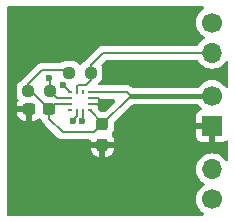
<source format=gtl>
G04 #@! TF.GenerationSoftware,KiCad,Pcbnew,8.0.5*
G04 #@! TF.CreationDate,2024-09-21T15:57:37+02:00*
G04 #@! TF.ProjectId,BMA400-breakout,424d4134-3030-42d6-9272-65616b6f7574,rev?*
G04 #@! TF.SameCoordinates,Original*
G04 #@! TF.FileFunction,Copper,L1,Top*
G04 #@! TF.FilePolarity,Positive*
%FSLAX46Y46*%
G04 Gerber Fmt 4.6, Leading zero omitted, Abs format (unit mm)*
G04 Created by KiCad (PCBNEW 8.0.5) date 2024-09-21 15:57:37*
%MOMM*%
%LPD*%
G01*
G04 APERTURE LIST*
G04 Aperture macros list*
%AMRoundRect*
0 Rectangle with rounded corners*
0 $1 Rounding radius*
0 $2 $3 $4 $5 $6 $7 $8 $9 X,Y pos of 4 corners*
0 Add a 4 corners polygon primitive as box body*
4,1,4,$2,$3,$4,$5,$6,$7,$8,$9,$2,$3,0*
0 Add four circle primitives for the rounded corners*
1,1,$1+$1,$2,$3*
1,1,$1+$1,$4,$5*
1,1,$1+$1,$6,$7*
1,1,$1+$1,$8,$9*
0 Add four rect primitives between the rounded corners*
20,1,$1+$1,$2,$3,$4,$5,0*
20,1,$1+$1,$4,$5,$6,$7,0*
20,1,$1+$1,$6,$7,$8,$9,0*
20,1,$1+$1,$8,$9,$2,$3,0*%
G04 Aperture macros list end*
G04 #@! TA.AperFunction,ComponentPad*
%ADD10C,1.700000*%
G04 #@! TD*
G04 #@! TA.AperFunction,ComponentPad*
%ADD11O,1.700000X1.700000*%
G04 #@! TD*
G04 #@! TA.AperFunction,ComponentPad*
%ADD12R,1.700000X1.700000*%
G04 #@! TD*
G04 #@! TA.AperFunction,SMDPad,CuDef*
%ADD13RoundRect,0.237500X0.250000X0.237500X-0.250000X0.237500X-0.250000X-0.237500X0.250000X-0.237500X0*%
G04 #@! TD*
G04 #@! TA.AperFunction,SMDPad,CuDef*
%ADD14RoundRect,0.237500X-0.250000X-0.237500X0.250000X-0.237500X0.250000X0.237500X-0.250000X0.237500X0*%
G04 #@! TD*
G04 #@! TA.AperFunction,SMDPad,CuDef*
%ADD15RoundRect,0.237500X0.300000X0.237500X-0.300000X0.237500X-0.300000X-0.237500X0.300000X-0.237500X0*%
G04 #@! TD*
G04 #@! TA.AperFunction,SMDPad,CuDef*
%ADD16R,0.410000X0.280000*%
G04 #@! TD*
G04 #@! TA.AperFunction,SMDPad,CuDef*
%ADD17R,0.280000X0.410000*%
G04 #@! TD*
G04 #@! TA.AperFunction,SMDPad,CuDef*
%ADD18RoundRect,0.237500X-0.237500X0.300000X-0.237500X-0.300000X0.237500X-0.300000X0.237500X0.300000X0*%
G04 #@! TD*
G04 #@! TA.AperFunction,ViaPad*
%ADD19C,0.600000*%
G04 #@! TD*
G04 #@! TA.AperFunction,Conductor*
%ADD20C,0.200000*%
G04 #@! TD*
G04 #@! TA.AperFunction,Conductor*
%ADD21C,0.400000*%
G04 #@! TD*
G04 APERTURE END LIST*
D10*
X115720000Y-80590000D03*
D11*
X115720000Y-78050000D03*
D10*
X115720000Y-65630000D03*
D11*
X115720000Y-68170000D03*
D10*
X115720000Y-71840000D03*
D12*
X115720000Y-74380000D03*
D13*
X105442500Y-69850000D03*
X103617500Y-69850000D03*
D14*
X100155000Y-71440000D03*
X101980000Y-71440000D03*
D15*
X101932500Y-72960000D03*
X100207500Y-72960000D03*
D16*
X103710340Y-71525000D03*
X103710340Y-72025000D03*
X103710340Y-72525000D03*
X103710340Y-73025000D03*
D17*
X104275340Y-73090000D03*
X104775340Y-73090000D03*
D16*
X105340340Y-73025000D03*
X105340340Y-72525000D03*
X105340340Y-72025000D03*
X105340340Y-71525000D03*
D17*
X104775340Y-71460000D03*
X104275340Y-71460000D03*
D18*
X106430000Y-74227500D03*
X106430000Y-75952500D03*
D19*
X108630000Y-66860000D03*
X109770000Y-75200000D03*
X109320000Y-79250000D03*
X101900000Y-70350000D03*
X106510000Y-72520000D03*
X103080000Y-70940000D03*
X108020000Y-70230000D03*
X104720000Y-73930000D03*
X103910000Y-73930000D03*
D20*
X105340340Y-71525000D02*
X108502500Y-71525000D01*
X108502500Y-71525000D02*
X108817500Y-71840000D01*
X105340340Y-72025000D02*
X106015000Y-72025000D01*
X106015000Y-72025000D02*
X106510000Y-72520000D01*
X100155000Y-71440000D02*
X100155000Y-70805000D01*
X100155000Y-70805000D02*
X101340000Y-69620000D01*
X101340000Y-69620000D02*
X103387500Y-69620000D01*
X103387500Y-69620000D02*
X103617500Y-69850000D01*
X101980000Y-71440000D02*
X101980000Y-70430000D01*
X101980000Y-70430000D02*
X101900000Y-70350000D01*
X105340340Y-72525000D02*
X106505000Y-72525000D01*
X106505000Y-72525000D02*
X106510000Y-72520000D01*
X103710340Y-71525000D02*
X103665000Y-71525000D01*
X103665000Y-71525000D02*
X103080000Y-70940000D01*
X103710340Y-72025000D02*
X102565000Y-72025000D01*
X102565000Y-72025000D02*
X101980000Y-71440000D01*
X105442500Y-69850000D02*
X105442500Y-69217500D01*
X105442500Y-69217500D02*
X106490000Y-68170000D01*
X106490000Y-68170000D02*
X115720000Y-68170000D01*
X104275340Y-71460000D02*
X104275340Y-71015000D01*
X104275340Y-71015000D02*
X104380340Y-70910000D01*
X104380340Y-70910000D02*
X105000000Y-70910000D01*
X105000000Y-70910000D02*
X105442500Y-70467500D01*
X105442500Y-70467500D02*
X105442500Y-69850000D01*
X101932500Y-72960000D02*
X101880000Y-72960000D01*
X101880000Y-72960000D02*
X100360000Y-71440000D01*
X100360000Y-71440000D02*
X100155000Y-71440000D01*
X101932500Y-72960000D02*
X102367500Y-72525000D01*
X102367500Y-72525000D02*
X103710340Y-72525000D01*
X105747500Y-74910000D02*
X103060000Y-74910000D01*
X106430000Y-74227500D02*
X105747500Y-74910000D01*
X103060000Y-74910000D02*
X101932500Y-73782500D01*
X101932500Y-73782500D02*
X101932500Y-72960000D01*
X106430000Y-74227500D02*
X106430000Y-74114660D01*
X106430000Y-74114660D02*
X105340340Y-73025000D01*
D21*
X115720000Y-71840000D02*
X108817500Y-71840000D01*
D20*
X108817500Y-71840000D02*
X106430000Y-74227500D01*
X104275340Y-73090000D02*
X104275340Y-73526131D01*
X104275340Y-73526131D02*
X103910000Y-73891471D01*
X103910000Y-73891471D02*
X103910000Y-73930000D01*
X104775340Y-73090000D02*
X104775340Y-73874660D01*
X104775340Y-73874660D02*
X104720000Y-73930000D01*
G04 #@! TA.AperFunction,Conductor*
G36*
X114995085Y-64280185D02*
G01*
X115040840Y-64332989D01*
X115050784Y-64402147D01*
X115021759Y-64465703D01*
X114999169Y-64486075D01*
X114848597Y-64591505D01*
X114681505Y-64758597D01*
X114545965Y-64952169D01*
X114545964Y-64952171D01*
X114446098Y-65166335D01*
X114446094Y-65166344D01*
X114384938Y-65394586D01*
X114384936Y-65394596D01*
X114364341Y-65629999D01*
X114364341Y-65630000D01*
X114384936Y-65865403D01*
X114384938Y-65865413D01*
X114446094Y-66093655D01*
X114446096Y-66093659D01*
X114446097Y-66093663D01*
X114542319Y-66300012D01*
X114545965Y-66307830D01*
X114545967Y-66307834D01*
X114654281Y-66462521D01*
X114681501Y-66501396D01*
X114681506Y-66501402D01*
X114848597Y-66668493D01*
X114848603Y-66668498D01*
X115034158Y-66798425D01*
X115077783Y-66853002D01*
X115084977Y-66922500D01*
X115053454Y-66984855D01*
X115034158Y-67001575D01*
X114848597Y-67131505D01*
X114681506Y-67298596D01*
X114545965Y-67492170D01*
X114545962Y-67492175D01*
X114543289Y-67497909D01*
X114497115Y-67550346D01*
X114430909Y-67569500D01*
X106576670Y-67569500D01*
X106576654Y-67569499D01*
X106569058Y-67569499D01*
X106410943Y-67569499D01*
X106334579Y-67589961D01*
X106258214Y-67610423D01*
X106258209Y-67610426D01*
X106121290Y-67689475D01*
X106121282Y-67689481D01*
X104961982Y-68848781D01*
X104961978Y-68848787D01*
X104940850Y-68885381D01*
X104890282Y-68933595D01*
X104884937Y-68935844D01*
X104885029Y-68936040D01*
X104878487Y-68939090D01*
X104731648Y-69029661D01*
X104617681Y-69143629D01*
X104556358Y-69177114D01*
X104486666Y-69172130D01*
X104442319Y-69143629D01*
X104328351Y-69029661D01*
X104328350Y-69029660D01*
X104181516Y-68939092D01*
X104017753Y-68884826D01*
X104017751Y-68884825D01*
X103916678Y-68874500D01*
X103318330Y-68874500D01*
X103318312Y-68874501D01*
X103217247Y-68884825D01*
X103053484Y-68939092D01*
X103053477Y-68939095D01*
X102953051Y-69001039D01*
X102887955Y-69019500D01*
X101419057Y-69019500D01*
X101260943Y-69019500D01*
X101108215Y-69060423D01*
X101108214Y-69060423D01*
X101108212Y-69060424D01*
X101108209Y-69060425D01*
X101058096Y-69089359D01*
X101058095Y-69089360D01*
X101014689Y-69114420D01*
X100971285Y-69139479D01*
X100971282Y-69139481D01*
X99674479Y-70436284D01*
X99651466Y-70476145D01*
X99600898Y-70524360D01*
X99596494Y-70526521D01*
X99590994Y-70529086D01*
X99444148Y-70619661D01*
X99322161Y-70741648D01*
X99231593Y-70888481D01*
X99231591Y-70888486D01*
X99206097Y-70965423D01*
X99177326Y-71052247D01*
X99177326Y-71052248D01*
X99177325Y-71052248D01*
X99167000Y-71153315D01*
X99167000Y-71726669D01*
X99167001Y-71726687D01*
X99177325Y-71827752D01*
X99181384Y-71840000D01*
X99231592Y-71991516D01*
X99321578Y-72137407D01*
X99340018Y-72204797D01*
X99321577Y-72267599D01*
X99234551Y-72408688D01*
X99234546Y-72408699D01*
X99180319Y-72572347D01*
X99170000Y-72673345D01*
X99170000Y-72710000D01*
X100333500Y-72710000D01*
X100400539Y-72729685D01*
X100446294Y-72782489D01*
X100457500Y-72834000D01*
X100457500Y-73934999D01*
X100556640Y-73934999D01*
X100556654Y-73934998D01*
X100657652Y-73924680D01*
X100821300Y-73870453D01*
X100821311Y-73870448D01*
X100968035Y-73779947D01*
X100981960Y-73766021D01*
X101043282Y-73732533D01*
X101112973Y-73737514D01*
X101157327Y-73766017D01*
X101171650Y-73780340D01*
X101295748Y-73856884D01*
X101342472Y-73908831D01*
X101350425Y-73930327D01*
X101372921Y-74014281D01*
X101372923Y-74014286D01*
X101385230Y-74035601D01*
X101385231Y-74035603D01*
X101451977Y-74151212D01*
X101451981Y-74151217D01*
X101570849Y-74270085D01*
X101570854Y-74270089D01*
X102691284Y-75390520D01*
X102828215Y-75469577D01*
X102980943Y-75510501D01*
X102980946Y-75510501D01*
X103146654Y-75510501D01*
X103146670Y-75510500D01*
X105331000Y-75510500D01*
X105398039Y-75530185D01*
X105443794Y-75582989D01*
X105455000Y-75634500D01*
X105455000Y-75702500D01*
X107404999Y-75702500D01*
X107404999Y-75603360D01*
X107404998Y-75603345D01*
X107394680Y-75502347D01*
X107340453Y-75338699D01*
X107340448Y-75338688D01*
X107249947Y-75191965D01*
X107249944Y-75191961D01*
X107236017Y-75178034D01*
X107202532Y-75116711D01*
X107207516Y-75047019D01*
X107236017Y-75002672D01*
X107250340Y-74988350D01*
X107340908Y-74841516D01*
X107395174Y-74677753D01*
X107405500Y-74576677D01*
X107405499Y-74152595D01*
X107425183Y-74085557D01*
X107441813Y-74064920D01*
X108929916Y-72576819D01*
X108991239Y-72543334D01*
X109017597Y-72540500D01*
X114497289Y-72540500D01*
X114564328Y-72560185D01*
X114598863Y-72593376D01*
X114614224Y-72615313D01*
X114681503Y-72711399D01*
X114681504Y-72711400D01*
X114681505Y-72711401D01*
X114803819Y-72833715D01*
X114837303Y-72895036D01*
X114832319Y-72964728D01*
X114790448Y-73020662D01*
X114759471Y-73037577D01*
X114627912Y-73086646D01*
X114627906Y-73086649D01*
X114512812Y-73172809D01*
X114512809Y-73172812D01*
X114426649Y-73287906D01*
X114426645Y-73287913D01*
X114376403Y-73422620D01*
X114376401Y-73422627D01*
X114370000Y-73482155D01*
X114370000Y-74130000D01*
X115286988Y-74130000D01*
X115254075Y-74187007D01*
X115220000Y-74314174D01*
X115220000Y-74445826D01*
X115254075Y-74572993D01*
X115286988Y-74630000D01*
X114370000Y-74630000D01*
X114370000Y-75277844D01*
X114376401Y-75337372D01*
X114376403Y-75337379D01*
X114426645Y-75472086D01*
X114426649Y-75472093D01*
X114512809Y-75587187D01*
X114512812Y-75587190D01*
X114627906Y-75673350D01*
X114627913Y-75673354D01*
X114762620Y-75723596D01*
X114762627Y-75723598D01*
X114822155Y-75729999D01*
X114822172Y-75730000D01*
X115470000Y-75730000D01*
X115470000Y-74813012D01*
X115527007Y-74845925D01*
X115654174Y-74880000D01*
X115785826Y-74880000D01*
X115912993Y-74845925D01*
X115970000Y-74813012D01*
X115970000Y-75730000D01*
X116617828Y-75730000D01*
X116617844Y-75729999D01*
X116677372Y-75723598D01*
X116677379Y-75723596D01*
X116812086Y-75673354D01*
X116812089Y-75673352D01*
X116891188Y-75614139D01*
X116956653Y-75589721D01*
X117024926Y-75604572D01*
X117074332Y-75653977D01*
X117089500Y-75713405D01*
X117089500Y-77258045D01*
X117069815Y-77325084D01*
X117017011Y-77370839D01*
X116947853Y-77380783D01*
X116884297Y-77351758D01*
X116863925Y-77329168D01*
X116758494Y-77178597D01*
X116591402Y-77011506D01*
X116591395Y-77011501D01*
X116397834Y-76875967D01*
X116397830Y-76875965D01*
X116397828Y-76875964D01*
X116183663Y-76776097D01*
X116183659Y-76776096D01*
X116183655Y-76776094D01*
X115955413Y-76714938D01*
X115955403Y-76714936D01*
X115720001Y-76694341D01*
X115719999Y-76694341D01*
X115484596Y-76714936D01*
X115484586Y-76714938D01*
X115256344Y-76776094D01*
X115256335Y-76776098D01*
X115042171Y-76875964D01*
X115042169Y-76875965D01*
X114848597Y-77011505D01*
X114681505Y-77178597D01*
X114545965Y-77372169D01*
X114545964Y-77372171D01*
X114446098Y-77586335D01*
X114446094Y-77586344D01*
X114384938Y-77814586D01*
X114384936Y-77814596D01*
X114364341Y-78049999D01*
X114364341Y-78050000D01*
X114384936Y-78285403D01*
X114384938Y-78285413D01*
X114446094Y-78513655D01*
X114446096Y-78513659D01*
X114446097Y-78513663D01*
X114542319Y-78720012D01*
X114545965Y-78727830D01*
X114545967Y-78727834D01*
X114654281Y-78882521D01*
X114681501Y-78921396D01*
X114681506Y-78921402D01*
X114848597Y-79088493D01*
X114848603Y-79088498D01*
X115034158Y-79218425D01*
X115077783Y-79273002D01*
X115084977Y-79342500D01*
X115053454Y-79404855D01*
X115034158Y-79421575D01*
X114848597Y-79551505D01*
X114681505Y-79718597D01*
X114545965Y-79912169D01*
X114545964Y-79912171D01*
X114446098Y-80126335D01*
X114446094Y-80126344D01*
X114384938Y-80354586D01*
X114384936Y-80354596D01*
X114364341Y-80589999D01*
X114364341Y-80590000D01*
X114384936Y-80825403D01*
X114384938Y-80825413D01*
X114446094Y-81053655D01*
X114446096Y-81053659D01*
X114446097Y-81053663D01*
X114542319Y-81260012D01*
X114545965Y-81267830D01*
X114545967Y-81267834D01*
X114654281Y-81422521D01*
X114681505Y-81461401D01*
X114848599Y-81628495D01*
X114936967Y-81690371D01*
X114999168Y-81733925D01*
X115042793Y-81788502D01*
X115049986Y-81858000D01*
X115018464Y-81920355D01*
X114958234Y-81955769D01*
X114928045Y-81959500D01*
X98454500Y-81959500D01*
X98387461Y-81939815D01*
X98341706Y-81887011D01*
X98330500Y-81835500D01*
X98330500Y-76301654D01*
X105455001Y-76301654D01*
X105465319Y-76402652D01*
X105519546Y-76566300D01*
X105519551Y-76566311D01*
X105610052Y-76713034D01*
X105610055Y-76713038D01*
X105731961Y-76834944D01*
X105731965Y-76834947D01*
X105878688Y-76925448D01*
X105878699Y-76925453D01*
X106042347Y-76979680D01*
X106143352Y-76989999D01*
X106180000Y-76989999D01*
X106680000Y-76989999D01*
X106716640Y-76989999D01*
X106716654Y-76989998D01*
X106817652Y-76979680D01*
X106981300Y-76925453D01*
X106981311Y-76925448D01*
X107128034Y-76834947D01*
X107128038Y-76834944D01*
X107249944Y-76713038D01*
X107249947Y-76713034D01*
X107340448Y-76566311D01*
X107340453Y-76566300D01*
X107394680Y-76402652D01*
X107404999Y-76301654D01*
X107405000Y-76301641D01*
X107405000Y-76202500D01*
X106680000Y-76202500D01*
X106680000Y-76989999D01*
X106180000Y-76989999D01*
X106180000Y-76202500D01*
X105455001Y-76202500D01*
X105455001Y-76301654D01*
X98330500Y-76301654D01*
X98330500Y-73246654D01*
X99170001Y-73246654D01*
X99180319Y-73347652D01*
X99234546Y-73511300D01*
X99234551Y-73511311D01*
X99325052Y-73658034D01*
X99325055Y-73658038D01*
X99446961Y-73779944D01*
X99446965Y-73779947D01*
X99593688Y-73870448D01*
X99593699Y-73870453D01*
X99757347Y-73924680D01*
X99858351Y-73934999D01*
X99957500Y-73934998D01*
X99957500Y-73210000D01*
X99170001Y-73210000D01*
X99170001Y-73246654D01*
X98330500Y-73246654D01*
X98330500Y-64384500D01*
X98350185Y-64317461D01*
X98402989Y-64271706D01*
X98454500Y-64260500D01*
X114928046Y-64260500D01*
X114995085Y-64280185D01*
G37*
G04 #@! TD.AperFunction*
G04 #@! TA.AperFunction,Conductor*
G36*
X107450442Y-72145185D02*
G01*
X107496197Y-72197989D01*
X107506141Y-72267147D01*
X107477116Y-72330703D01*
X107471086Y-72337178D01*
X107048866Y-72759398D01*
X106655083Y-73153181D01*
X106593760Y-73186666D01*
X106567402Y-73189500D01*
X106405437Y-73189500D01*
X106338398Y-73169815D01*
X106317756Y-73153181D01*
X106081937Y-72917362D01*
X106048452Y-72856039D01*
X106046348Y-72840415D01*
X106046195Y-72840432D01*
X106040333Y-72785911D01*
X106040333Y-72759398D01*
X106045339Y-72712841D01*
X106045340Y-72712827D01*
X106045340Y-72665000D01*
X106035952Y-72655612D01*
X106000884Y-72645315D01*
X105968658Y-72615313D01*
X105944702Y-72583313D01*
X105920283Y-72517849D01*
X105935133Y-72449576D01*
X105984538Y-72400169D01*
X106043967Y-72385000D01*
X106045340Y-72385000D01*
X106045340Y-72337172D01*
X106045339Y-72337158D01*
X106040081Y-72288257D01*
X106040081Y-72261743D01*
X106042823Y-72236243D01*
X106069562Y-72171692D01*
X106126955Y-72131845D01*
X106166112Y-72125500D01*
X107383403Y-72125500D01*
X107450442Y-72145185D01*
G37*
G04 #@! TD.AperFunction*
G04 #@! TA.AperFunction,Conductor*
G36*
X114497948Y-68790185D02*
G01*
X114543292Y-68842097D01*
X114545965Y-68847830D01*
X114681505Y-69041401D01*
X114848599Y-69208495D01*
X114909708Y-69251284D01*
X115042165Y-69344032D01*
X115042167Y-69344033D01*
X115042170Y-69344035D01*
X115256337Y-69443903D01*
X115484592Y-69505063D01*
X115672918Y-69521539D01*
X115719999Y-69525659D01*
X115720000Y-69525659D01*
X115720001Y-69525659D01*
X115759234Y-69522226D01*
X115955408Y-69505063D01*
X116183663Y-69443903D01*
X116397830Y-69344035D01*
X116591401Y-69208495D01*
X116758495Y-69041401D01*
X116863925Y-68890830D01*
X116918502Y-68847206D01*
X116988000Y-68840012D01*
X117050355Y-68871535D01*
X117085769Y-68931764D01*
X117089500Y-68961954D01*
X117089500Y-71048045D01*
X117069815Y-71115084D01*
X117017011Y-71160839D01*
X116947853Y-71170783D01*
X116884297Y-71141758D01*
X116863925Y-71119168D01*
X116758494Y-70968597D01*
X116591402Y-70801506D01*
X116591395Y-70801501D01*
X116397834Y-70665967D01*
X116397830Y-70665965D01*
X116298531Y-70619661D01*
X116183663Y-70566097D01*
X116183659Y-70566096D01*
X116183655Y-70566094D01*
X115955413Y-70504938D01*
X115955403Y-70504936D01*
X115720001Y-70484341D01*
X115719999Y-70484341D01*
X115484596Y-70504936D01*
X115484586Y-70504938D01*
X115256344Y-70566094D01*
X115256335Y-70566098D01*
X115042171Y-70665964D01*
X115042169Y-70665965D01*
X114848597Y-70801505D01*
X114681506Y-70968596D01*
X114598864Y-71086623D01*
X114544287Y-71130248D01*
X114497289Y-71139500D01*
X109017598Y-71139500D01*
X108950559Y-71119815D01*
X108929917Y-71103181D01*
X108871217Y-71044481D01*
X108871216Y-71044480D01*
X108784404Y-70994360D01*
X108784404Y-70994359D01*
X108784400Y-70994358D01*
X108734285Y-70965423D01*
X108581557Y-70924499D01*
X108423443Y-70924499D01*
X108415847Y-70924499D01*
X108415831Y-70924500D01*
X106178529Y-70924500D01*
X106111490Y-70904815D01*
X106065735Y-70852011D01*
X106055791Y-70782853D01*
X106084816Y-70719297D01*
X106113429Y-70694963D01*
X106153350Y-70670340D01*
X106275340Y-70548350D01*
X106365908Y-70401516D01*
X106420174Y-70237753D01*
X106430500Y-70136677D01*
X106430499Y-69563324D01*
X106424547Y-69505061D01*
X106420174Y-69462247D01*
X106420173Y-69462244D01*
X106365908Y-69298485D01*
X106365908Y-69298484D01*
X106358186Y-69285965D01*
X106339747Y-69218574D01*
X106360670Y-69151911D01*
X106376035Y-69133200D01*
X106702419Y-68806816D01*
X106763740Y-68773334D01*
X106790098Y-68770500D01*
X114430909Y-68770500D01*
X114497948Y-68790185D01*
G37*
G04 #@! TD.AperFunction*
M02*

</source>
